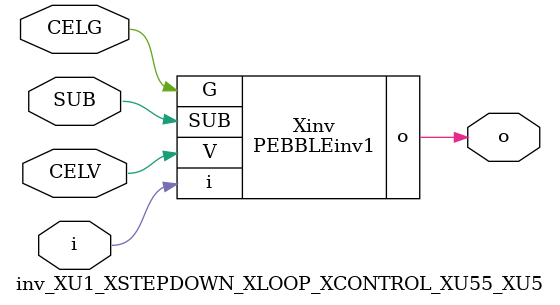
<source format=v>



module PEBBLEinv1 ( o, G, SUB, V, i );

  input V;
  input i;
  input G;
  output o;
  input SUB;
endmodule

//Celera Confidential Do Not Copy inv_XU1_XSTEPDOWN_XLOOP_XCONTROL_XU55_XU5
//Celera Confidential Symbol Generator
//5V Inverter
module inv_XU1_XSTEPDOWN_XLOOP_XCONTROL_XU55_XU5 (CELV,CELG,i,o,SUB);
input CELV;
input CELG;
input i;
input SUB;
output o;

//Celera Confidential Do Not Copy inv
PEBBLEinv1 Xinv(
.V (CELV),
.i (i),
.o (o),
.SUB (SUB),
.G (CELG)
);
//,diesize,PEBBLEinv1

//Celera Confidential Do Not Copy Module End
//Celera Schematic Generator
endmodule

</source>
